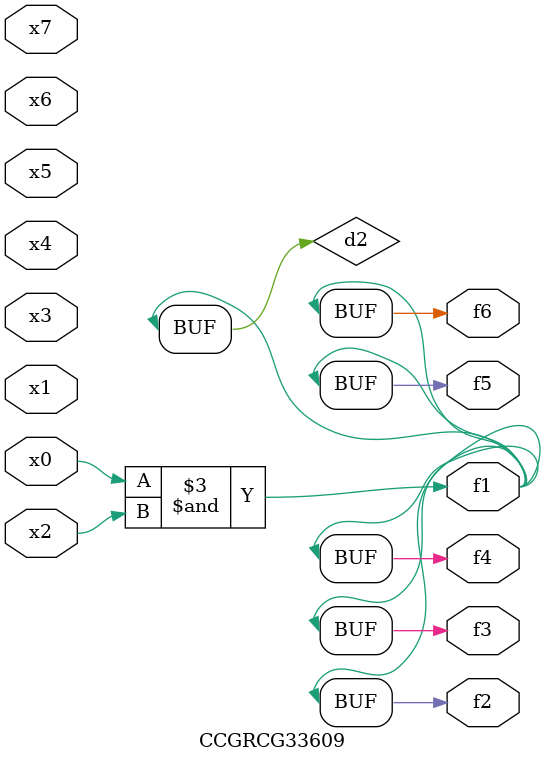
<source format=v>
module CCGRCG33609(
	input x0, x1, x2, x3, x4, x5, x6, x7,
	output f1, f2, f3, f4, f5, f6
);

	wire d1, d2;

	nor (d1, x3, x6);
	and (d2, x0, x2);
	assign f1 = d2;
	assign f2 = d2;
	assign f3 = d2;
	assign f4 = d2;
	assign f5 = d2;
	assign f6 = d2;
endmodule

</source>
